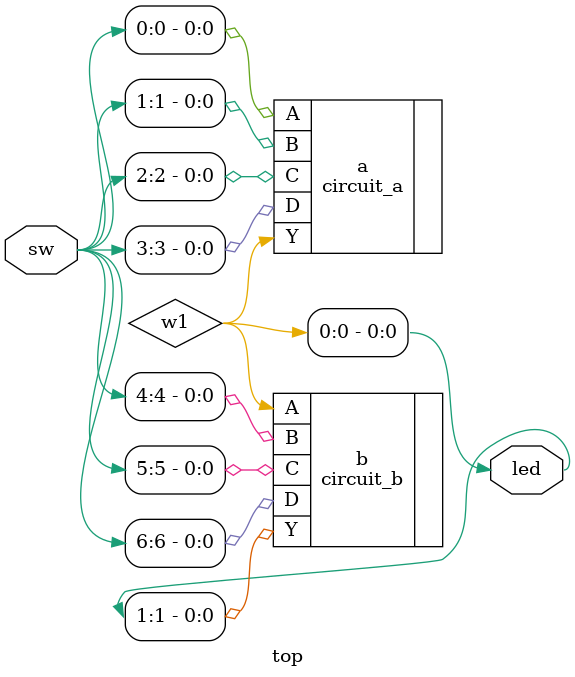
<source format=v>
module top(
  input [6:0] sw,
  output [1:0] led
);

  wire w1;
  
  //circuitA
  circuit_a a(.A(sw[0]),.B(sw[1]),.C(sw[2]),.D(sw[3]),.Y(w1));
  assign led[0] = w1;
  
  //circuitB
  circuit_b b(.A(w1), .B(sw[4]), .C(sw[5]), .D(sw[6]), .Y(led[1]));

endmodule

</source>
